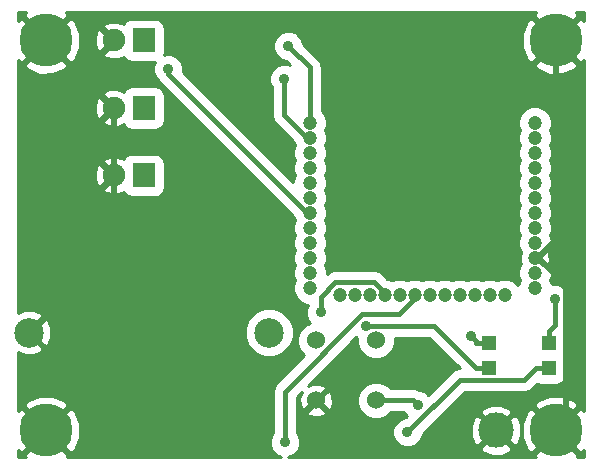
<source format=gbl>
%TF.GenerationSoftware,KiCad,Pcbnew,4.0.3+e1-6302~38~ubuntu16.04.1-stable*%
%TF.CreationDate,2016-08-30T13:53:10+01:00*%
%TF.ProjectId,igrow-101,6967726F772D3130312E6B696361645F,101*%
%TF.FileFunction,Copper,L2,Bot,Signal*%
%FSLAX46Y46*%
G04 Gerber Fmt 4.6, Leading zero omitted, Abs format (unit mm)*
G04 Created by KiCad (PCBNEW 4.0.3+e1-6302~38~ubuntu16.04.1-stable) date Tue Aug 30 13:53:10 2016*
%MOMM*%
%LPD*%
G01*
G04 APERTURE LIST*
%ADD10C,0.100000*%
%ADD11C,1.524000*%
%ADD12R,1.900000X2.000000*%
%ADD13C,1.900000*%
%ADD14C,4.500000*%
%ADD15C,3.000000*%
%ADD16R,1.198880X1.198880*%
%ADD17C,1.200000*%
%ADD18C,2.500000*%
%ADD19C,0.889000*%
%ADD20C,0.500000*%
%ADD21C,0.381000*%
%ADD22C,0.254000*%
G04 APERTURE END LIST*
D10*
D11*
X162560000Y-127000000D03*
X157480000Y-127000000D03*
X157480000Y-121920000D03*
X162560000Y-121920000D03*
D12*
X142875000Y-107950000D03*
D13*
X140335000Y-107950000D03*
D12*
X142875000Y-102235000D03*
D13*
X140335000Y-102235000D03*
D12*
X142875000Y-96520000D03*
D13*
X140335000Y-96520000D03*
D14*
X134620000Y-96520000D03*
X134620000Y-129540000D03*
X177800000Y-129540000D03*
X177800000Y-96520000D03*
D15*
X172720000Y-129540000D03*
D16*
X172085000Y-124239020D03*
X172085000Y-122140980D03*
X177165000Y-124239020D03*
X177165000Y-122140980D03*
D17*
X176000000Y-103500000D03*
X176000000Y-104770000D03*
X176000000Y-106040000D03*
X176000000Y-107310000D03*
X176000000Y-108580000D03*
X176000000Y-109850000D03*
X176000000Y-111120000D03*
X176000000Y-112390000D03*
X176000000Y-113660000D03*
X176000000Y-114930000D03*
X176000000Y-116200000D03*
X176000000Y-117470000D03*
X173460000Y-118105000D03*
X172190000Y-118105000D03*
X170920000Y-118105000D03*
X169650000Y-118105000D03*
X168380000Y-118105000D03*
X167110000Y-118105000D03*
X165840000Y-118105000D03*
X164570000Y-118105000D03*
X163300000Y-118105000D03*
X162030000Y-118105000D03*
X160760000Y-118105000D03*
X159490000Y-118105000D03*
X156950000Y-117470000D03*
X156950000Y-116200000D03*
X156950000Y-114930000D03*
X156950000Y-113660000D03*
X156950000Y-112390000D03*
X156950000Y-111120000D03*
X156950000Y-109850000D03*
X156950000Y-108580000D03*
X156950000Y-107310000D03*
X156950000Y-106040000D03*
X156950000Y-104770000D03*
X156950000Y-103500000D03*
D18*
X153500000Y-121250000D03*
X133180000Y-121250000D03*
D19*
X166087100Y-127404400D03*
X154837700Y-130554600D03*
X154792900Y-99755000D03*
X155140200Y-96991800D03*
X161715600Y-120689800D03*
X165220400Y-129694000D03*
X144974600Y-98968100D03*
X157873800Y-119523300D03*
X170619800Y-121563900D03*
X177671200Y-118431200D03*
D20*
X140335000Y-107950000D02*
X140335000Y-102235000D01*
X177800000Y-113438600D02*
X176308600Y-114930000D01*
X177800000Y-96520000D02*
X177800000Y-113438600D01*
X176308600Y-114930000D02*
X176000000Y-114930000D01*
X178620000Y-117241400D02*
X176308600Y-114930000D01*
X178620000Y-128720000D02*
X178620000Y-117241400D01*
X177800000Y-129540000D02*
X178620000Y-128720000D01*
X140335000Y-114095000D02*
X140335000Y-107950000D01*
X133180000Y-121250000D02*
X140335000Y-114095000D01*
D21*
X165682700Y-127000000D02*
X166087100Y-127404400D01*
X162560000Y-127000000D02*
X165682700Y-127000000D01*
X154837700Y-126269200D02*
X154837700Y-130554600D01*
X161392900Y-119714000D02*
X154837700Y-126269200D01*
X164492300Y-119714000D02*
X161392900Y-119714000D01*
X165840000Y-118366300D02*
X164492300Y-119714000D01*
X165840000Y-118105000D02*
X165840000Y-118366300D01*
X154792900Y-102874100D02*
X154792900Y-99755000D01*
X156688800Y-104770000D02*
X154792900Y-102874100D01*
X156950000Y-104770000D02*
X156688800Y-104770000D01*
X156950000Y-98801600D02*
X155140200Y-96991800D01*
X156950000Y-103500000D02*
X156950000Y-98801600D01*
X167491600Y-120689800D02*
X161715600Y-120689800D01*
X171040800Y-124239000D02*
X167491600Y-120689800D01*
X172085000Y-124239000D02*
X171040800Y-124239000D01*
X177165000Y-124239000D02*
X176120800Y-124239000D01*
X169631200Y-125283200D02*
X165220400Y-129694000D01*
X175076600Y-125283200D02*
X169631200Y-125283200D01*
X176120800Y-124239000D02*
X175076600Y-125283200D01*
X144974600Y-99379300D02*
X144974600Y-98968100D01*
X156715300Y-111120000D02*
X144974600Y-99379300D01*
X156950000Y-111120000D02*
X156715300Y-111120000D01*
X157873800Y-118217600D02*
X157873800Y-119523300D01*
X159078500Y-117012900D02*
X157873800Y-118217600D01*
X162415800Y-117012900D02*
X159078500Y-117012900D01*
X163300000Y-117897100D02*
X162415800Y-117012900D01*
X163300000Y-118105000D02*
X163300000Y-117897100D01*
X171040800Y-121984900D02*
X170619800Y-121563900D01*
X171040800Y-122141000D02*
X171040800Y-121984900D01*
X172085000Y-122141000D02*
X171040800Y-122141000D01*
X177671200Y-120590600D02*
X177671200Y-118431200D01*
X177165000Y-121096800D02*
X177671200Y-120590600D01*
X177165000Y-122141000D02*
X177165000Y-121096800D01*
D22*
G36*
X132744138Y-94464533D02*
X134620000Y-96340395D01*
X136495862Y-94464533D01*
X136277664Y-94120000D01*
X176142336Y-94120000D01*
X175924138Y-94464533D01*
X177800000Y-96340395D01*
X179675862Y-94464533D01*
X179457664Y-94120000D01*
X180200000Y-94120000D01*
X180200000Y-94862336D01*
X179855467Y-94644138D01*
X177979605Y-96520000D01*
X179855467Y-98395862D01*
X180200000Y-98177664D01*
X180200000Y-127882336D01*
X179855467Y-127664138D01*
X177979605Y-129540000D01*
X179855467Y-131415862D01*
X180200000Y-131197664D01*
X180200000Y-131813000D01*
X179538095Y-131813000D01*
X179675862Y-131595467D01*
X177800000Y-129719605D01*
X175924138Y-131595467D01*
X176061905Y-131813000D01*
X155121744Y-131813000D01*
X155557006Y-131633154D01*
X155914997Y-131275787D01*
X156007103Y-131053970D01*
X171385635Y-131053970D01*
X171545418Y-131372739D01*
X172336187Y-131682723D01*
X173185387Y-131666497D01*
X173894582Y-131372739D01*
X174054365Y-131053970D01*
X172720000Y-129719605D01*
X171385635Y-131053970D01*
X156007103Y-131053970D01*
X156108979Y-130808627D01*
X156109420Y-130302793D01*
X155916254Y-129835294D01*
X155855200Y-129774133D01*
X155855200Y-127980213D01*
X156679392Y-127980213D01*
X156748857Y-128222397D01*
X157272302Y-128409144D01*
X157827368Y-128381362D01*
X158211143Y-128222397D01*
X158280608Y-127980213D01*
X157480000Y-127179605D01*
X156679392Y-127980213D01*
X155855200Y-127980213D01*
X155855200Y-126690662D01*
X156246842Y-126299020D01*
X156070856Y-126792302D01*
X156098638Y-127347368D01*
X156257603Y-127731143D01*
X156499787Y-127800608D01*
X157300395Y-127000000D01*
X157659605Y-127000000D01*
X158460213Y-127800608D01*
X158702397Y-127731143D01*
X158889144Y-127207698D01*
X158861362Y-126652632D01*
X158702397Y-126268857D01*
X158460213Y-126199392D01*
X157659605Y-127000000D01*
X157300395Y-127000000D01*
X157286253Y-126985858D01*
X157465858Y-126806253D01*
X157480000Y-126820395D01*
X158280608Y-126019787D01*
X158211143Y-125777603D01*
X157687698Y-125590856D01*
X157132632Y-125618638D01*
X156781978Y-125763884D01*
X160886683Y-121659179D01*
X160971154Y-121743797D01*
X160970725Y-122234685D01*
X161212126Y-122818920D01*
X161658729Y-123266303D01*
X162242542Y-123508723D01*
X162874685Y-123509275D01*
X163458920Y-123267874D01*
X163906303Y-122821271D01*
X164148723Y-122237458D01*
X164149186Y-121707300D01*
X167070138Y-121707300D01*
X169628980Y-124266142D01*
X169241820Y-124343153D01*
X168911719Y-124563719D01*
X166978163Y-126497275D01*
X166808287Y-126327103D01*
X166341127Y-126133121D01*
X166181375Y-126132982D01*
X166072080Y-126059953D01*
X165682700Y-125982500D01*
X163789501Y-125982500D01*
X163461271Y-125653697D01*
X162877458Y-125411277D01*
X162245315Y-125410725D01*
X161661080Y-125652126D01*
X161213697Y-126098729D01*
X160971277Y-126682542D01*
X160970725Y-127314685D01*
X161212126Y-127898920D01*
X161658729Y-128346303D01*
X162242542Y-128588723D01*
X162874685Y-128589275D01*
X163458920Y-128347874D01*
X163789871Y-128017500D01*
X164964663Y-128017500D01*
X165008546Y-128123706D01*
X165179989Y-128295449D01*
X165053084Y-128422354D01*
X164968593Y-128422280D01*
X164501094Y-128615446D01*
X164143103Y-128972813D01*
X163949121Y-129439973D01*
X163948680Y-129945807D01*
X164141846Y-130413306D01*
X164499213Y-130771297D01*
X164966373Y-130965279D01*
X165472207Y-130965720D01*
X165939706Y-130772554D01*
X166297697Y-130415187D01*
X166491679Y-129948027D01*
X166491754Y-129861608D01*
X167197175Y-129156187D01*
X170577277Y-129156187D01*
X170593503Y-130005387D01*
X170887261Y-130714582D01*
X171206030Y-130874365D01*
X172540395Y-129540000D01*
X172899605Y-129540000D01*
X174233970Y-130874365D01*
X174552739Y-130714582D01*
X174862723Y-129923813D01*
X174846497Y-129074613D01*
X174806250Y-128977446D01*
X174912773Y-128977446D01*
X174917270Y-130125162D01*
X175347831Y-131164625D01*
X175744533Y-131415862D01*
X177620395Y-129540000D01*
X175744533Y-127664138D01*
X175347831Y-127915375D01*
X174912773Y-128977446D01*
X174806250Y-128977446D01*
X174552739Y-128365418D01*
X174233970Y-128205635D01*
X172899605Y-129540000D01*
X172540395Y-129540000D01*
X171206030Y-128205635D01*
X170887261Y-128365418D01*
X170577277Y-129156187D01*
X167197175Y-129156187D01*
X168327332Y-128026030D01*
X171385635Y-128026030D01*
X172720000Y-129360395D01*
X174054365Y-128026030D01*
X173894582Y-127707261D01*
X173326404Y-127484533D01*
X175924138Y-127484533D01*
X177800000Y-129360395D01*
X179675862Y-127484533D01*
X179424625Y-127087831D01*
X178362554Y-126652773D01*
X177214838Y-126657270D01*
X176175375Y-127087831D01*
X175924138Y-127484533D01*
X173326404Y-127484533D01*
X173103813Y-127397277D01*
X172254613Y-127413503D01*
X171545418Y-127707261D01*
X171385635Y-128026030D01*
X168327332Y-128026030D01*
X170052662Y-126300700D01*
X175076600Y-126300700D01*
X175465980Y-126223247D01*
X175796081Y-126002681D01*
X176205442Y-125593320D01*
X176237508Y-125615229D01*
X176565560Y-125681661D01*
X177764440Y-125681661D01*
X178070908Y-125623995D01*
X178352379Y-125442873D01*
X178541209Y-125166512D01*
X178607641Y-124838460D01*
X178607641Y-123639580D01*
X178549975Y-123333112D01*
X178458024Y-123190217D01*
X178541209Y-123068472D01*
X178607641Y-122740420D01*
X178607641Y-121541540D01*
X178549975Y-121235072D01*
X178496415Y-121151838D01*
X178611247Y-120979980D01*
X178688700Y-120590600D01*
X178688700Y-119212080D01*
X178748497Y-119152387D01*
X178942479Y-118685227D01*
X178942920Y-118179393D01*
X178749754Y-117711894D01*
X178392387Y-117353903D01*
X177925227Y-117159921D01*
X177419393Y-117159480D01*
X177416250Y-117160779D01*
X177281549Y-116834781D01*
X177426752Y-116485093D01*
X177427248Y-115917397D01*
X177210457Y-115392725D01*
X177163157Y-115345343D01*
X177247807Y-115098964D01*
X177217482Y-114608587D01*
X177174223Y-114504149D01*
X177209047Y-114469386D01*
X177426752Y-113945093D01*
X177427248Y-113377397D01*
X177281549Y-113024781D01*
X177426752Y-112675093D01*
X177427248Y-112107397D01*
X177281549Y-111754781D01*
X177426752Y-111405093D01*
X177427248Y-110837397D01*
X177281549Y-110484781D01*
X177426752Y-110135093D01*
X177427248Y-109567397D01*
X177281549Y-109214781D01*
X177426752Y-108865093D01*
X177427248Y-108297397D01*
X177281549Y-107944781D01*
X177426752Y-107595093D01*
X177427248Y-107027397D01*
X177281549Y-106674781D01*
X177426752Y-106325093D01*
X177427248Y-105757397D01*
X177281549Y-105404781D01*
X177426752Y-105055093D01*
X177427248Y-104487397D01*
X177281549Y-104134781D01*
X177426752Y-103785093D01*
X177427248Y-103217397D01*
X177210457Y-102692725D01*
X176809386Y-102290953D01*
X176285093Y-102073248D01*
X175717397Y-102072752D01*
X175192725Y-102289543D01*
X174790953Y-102690614D01*
X174573248Y-103214907D01*
X174572752Y-103782603D01*
X174718451Y-104135219D01*
X174573248Y-104484907D01*
X174572752Y-105052603D01*
X174718451Y-105405219D01*
X174573248Y-105754907D01*
X174572752Y-106322603D01*
X174718451Y-106675219D01*
X174573248Y-107024907D01*
X174572752Y-107592603D01*
X174718451Y-107945219D01*
X174573248Y-108294907D01*
X174572752Y-108862603D01*
X174718451Y-109215219D01*
X174573248Y-109564907D01*
X174572752Y-110132603D01*
X174718451Y-110485219D01*
X174573248Y-110834907D01*
X174572752Y-111402603D01*
X174718451Y-111755219D01*
X174573248Y-112104907D01*
X174572752Y-112672603D01*
X174718451Y-113025219D01*
X174573248Y-113374907D01*
X174572752Y-113942603D01*
X174789543Y-114467275D01*
X174836843Y-114514657D01*
X174752193Y-114761036D01*
X174782518Y-115251413D01*
X174825777Y-115355851D01*
X174790953Y-115390614D01*
X174573248Y-115914907D01*
X174572752Y-116482603D01*
X174718451Y-116835219D01*
X174573248Y-117184907D01*
X174573235Y-117200333D01*
X174269386Y-116895953D01*
X173745093Y-116678248D01*
X173177397Y-116677752D01*
X172824781Y-116823451D01*
X172475093Y-116678248D01*
X171907397Y-116677752D01*
X171554781Y-116823451D01*
X171205093Y-116678248D01*
X170637397Y-116677752D01*
X170284781Y-116823451D01*
X169935093Y-116678248D01*
X169367397Y-116677752D01*
X169014781Y-116823451D01*
X168665093Y-116678248D01*
X168097397Y-116677752D01*
X167744781Y-116823451D01*
X167395093Y-116678248D01*
X166827397Y-116677752D01*
X166474781Y-116823451D01*
X166125093Y-116678248D01*
X165557397Y-116677752D01*
X165204781Y-116823451D01*
X164855093Y-116678248D01*
X164287397Y-116677752D01*
X163934781Y-116823451D01*
X163585093Y-116678248D01*
X163520053Y-116678191D01*
X163135281Y-116293419D01*
X162805180Y-116072853D01*
X162415800Y-115995400D01*
X159078500Y-115995400D01*
X158689120Y-116072853D01*
X158376930Y-116281451D01*
X158377248Y-115917397D01*
X158231549Y-115564781D01*
X158376752Y-115215093D01*
X158377248Y-114647397D01*
X158231549Y-114294781D01*
X158376752Y-113945093D01*
X158377248Y-113377397D01*
X158231549Y-113024781D01*
X158376752Y-112675093D01*
X158377248Y-112107397D01*
X158231549Y-111754781D01*
X158376752Y-111405093D01*
X158377248Y-110837397D01*
X158231549Y-110484781D01*
X158376752Y-110135093D01*
X158377248Y-109567397D01*
X158231549Y-109214781D01*
X158376752Y-108865093D01*
X158377248Y-108297397D01*
X158231549Y-107944781D01*
X158376752Y-107595093D01*
X158377248Y-107027397D01*
X158231549Y-106674781D01*
X158376752Y-106325093D01*
X158377248Y-105757397D01*
X158231549Y-105404781D01*
X158376752Y-105055093D01*
X158377248Y-104487397D01*
X158231549Y-104134781D01*
X158376752Y-103785093D01*
X158377248Y-103217397D01*
X158160457Y-102692725D01*
X157967500Y-102499431D01*
X157967500Y-98801600D01*
X157922520Y-98575467D01*
X175924138Y-98575467D01*
X176175375Y-98972169D01*
X177237446Y-99407227D01*
X178385162Y-99402730D01*
X179424625Y-98972169D01*
X179675862Y-98575467D01*
X177800000Y-96699605D01*
X175924138Y-98575467D01*
X157922520Y-98575467D01*
X157890047Y-98412220D01*
X157669481Y-98082119D01*
X156411846Y-96824484D01*
X156411920Y-96739993D01*
X156218754Y-96272494D01*
X155904256Y-95957446D01*
X174912773Y-95957446D01*
X174917270Y-97105162D01*
X175347831Y-98144625D01*
X175744533Y-98395862D01*
X177620395Y-96520000D01*
X175744533Y-94644138D01*
X175347831Y-94895375D01*
X174912773Y-95957446D01*
X155904256Y-95957446D01*
X155861387Y-95914503D01*
X155394227Y-95720521D01*
X154888393Y-95720080D01*
X154420894Y-95913246D01*
X154062903Y-96270613D01*
X153868921Y-96737773D01*
X153868480Y-97243607D01*
X154061646Y-97711106D01*
X154419013Y-98069097D01*
X154886173Y-98263079D01*
X154972592Y-98263154D01*
X155296997Y-98587559D01*
X155046927Y-98483721D01*
X154541093Y-98483280D01*
X154073594Y-98676446D01*
X153715603Y-99033813D01*
X153521621Y-99500973D01*
X153521180Y-100006807D01*
X153714346Y-100474306D01*
X153775400Y-100535467D01*
X153775400Y-102874100D01*
X153852853Y-103263480D01*
X154073419Y-103593581D01*
X155522760Y-105042922D01*
X155522752Y-105052603D01*
X155668451Y-105405219D01*
X155523248Y-105754907D01*
X155522752Y-106322603D01*
X155668451Y-106675219D01*
X155523248Y-107024907D01*
X155522752Y-107592603D01*
X155668451Y-107945219D01*
X155523248Y-108294907D01*
X155523079Y-108488817D01*
X146245888Y-99211626D01*
X146246320Y-98716293D01*
X146053154Y-98248794D01*
X145695787Y-97890803D01*
X145228627Y-97696821D01*
X144722793Y-97696380D01*
X144624237Y-97737102D01*
X144668201Y-97520000D01*
X144668201Y-95520000D01*
X144610535Y-95213532D01*
X144429413Y-94932061D01*
X144153052Y-94743231D01*
X143825000Y-94676799D01*
X141925000Y-94676799D01*
X141618532Y-94734465D01*
X141337061Y-94915587D01*
X141180287Y-95145032D01*
X141179208Y-95141981D01*
X140587602Y-94923812D01*
X139957539Y-94948648D01*
X139490792Y-95141981D01*
X139398255Y-95403650D01*
X140335000Y-96340395D01*
X140349143Y-96326253D01*
X140528748Y-96505858D01*
X140514605Y-96520000D01*
X140528748Y-96534143D01*
X140349143Y-96713748D01*
X140335000Y-96699605D01*
X139398255Y-97636350D01*
X139490792Y-97898019D01*
X140082398Y-98116188D01*
X140712461Y-98091352D01*
X141179208Y-97898019D01*
X141181442Y-97891702D01*
X141320587Y-98107939D01*
X141596948Y-98296769D01*
X141925000Y-98363201D01*
X143825000Y-98363201D01*
X143851051Y-98358299D01*
X143703321Y-98714073D01*
X143702880Y-99219907D01*
X143896046Y-99687406D01*
X144150696Y-99942501D01*
X144255119Y-100098781D01*
X155522784Y-111366446D01*
X155522752Y-111402603D01*
X155668451Y-111755219D01*
X155523248Y-112104907D01*
X155522752Y-112672603D01*
X155668451Y-113025219D01*
X155523248Y-113374907D01*
X155522752Y-113942603D01*
X155668451Y-114295219D01*
X155523248Y-114644907D01*
X155522752Y-115212603D01*
X155668451Y-115565219D01*
X155523248Y-115914907D01*
X155522752Y-116482603D01*
X155668451Y-116835219D01*
X155523248Y-117184907D01*
X155522752Y-117752603D01*
X155739543Y-118277275D01*
X156140614Y-118679047D01*
X156664907Y-118896752D01*
X156757172Y-118896833D01*
X156602521Y-119269273D01*
X156602080Y-119775107D01*
X156795246Y-120242606D01*
X156965592Y-120413249D01*
X156581080Y-120572126D01*
X156133697Y-121018729D01*
X155891277Y-121602542D01*
X155890725Y-122234685D01*
X156132126Y-122818920D01*
X156490259Y-123177679D01*
X154118219Y-125549719D01*
X153897653Y-125879820D01*
X153820200Y-126269200D01*
X153820200Y-129773720D01*
X153760403Y-129833413D01*
X153566421Y-130300573D01*
X153565980Y-130806407D01*
X153759146Y-131273906D01*
X154116513Y-131631897D01*
X154552657Y-131813000D01*
X136358095Y-131813000D01*
X136495862Y-131595467D01*
X134620000Y-129719605D01*
X132744138Y-131595467D01*
X132881905Y-131813000D01*
X132220000Y-131813000D01*
X132220000Y-131197664D01*
X132564533Y-131415862D01*
X134440395Y-129540000D01*
X134799605Y-129540000D01*
X136675467Y-131415862D01*
X137072169Y-131164625D01*
X137507227Y-130102554D01*
X137502730Y-128954838D01*
X137072169Y-127915375D01*
X136675467Y-127664138D01*
X134799605Y-129540000D01*
X134440395Y-129540000D01*
X132564533Y-127664138D01*
X132220000Y-127882336D01*
X132220000Y-127484533D01*
X132744138Y-127484533D01*
X134620000Y-129360395D01*
X136495862Y-127484533D01*
X136244625Y-127087831D01*
X135182554Y-126652773D01*
X134034838Y-126657270D01*
X132995375Y-127087831D01*
X132744138Y-127484533D01*
X132220000Y-127484533D01*
X132220000Y-122900819D01*
X132855806Y-123144388D01*
X133605435Y-123124250D01*
X134204467Y-122876123D01*
X134333715Y-122583320D01*
X133180000Y-121429605D01*
X133165858Y-121443748D01*
X132986253Y-121264143D01*
X133000395Y-121250000D01*
X133359605Y-121250000D01*
X134513320Y-122403715D01*
X134806123Y-122274467D01*
X135041008Y-121661328D01*
X151422640Y-121661328D01*
X151738178Y-122424989D01*
X152321938Y-123009768D01*
X153085047Y-123326639D01*
X153911328Y-123327360D01*
X154674989Y-123011822D01*
X155259768Y-122428062D01*
X155576639Y-121664953D01*
X155577360Y-120838672D01*
X155261822Y-120075011D01*
X154678062Y-119490232D01*
X153914953Y-119173361D01*
X153088672Y-119172640D01*
X152325011Y-119488178D01*
X151740232Y-120071938D01*
X151423361Y-120835047D01*
X151422640Y-121661328D01*
X135041008Y-121661328D01*
X135074388Y-121574194D01*
X135054250Y-120824565D01*
X134806123Y-120225533D01*
X134513320Y-120096285D01*
X133359605Y-121250000D01*
X133000395Y-121250000D01*
X132986253Y-121235858D01*
X133165858Y-121056253D01*
X133180000Y-121070395D01*
X134333715Y-119916680D01*
X134204467Y-119623877D01*
X133504194Y-119355612D01*
X132754565Y-119375750D01*
X132220000Y-119597174D01*
X132220000Y-107697398D01*
X138738812Y-107697398D01*
X138763648Y-108327461D01*
X138956981Y-108794208D01*
X139218650Y-108886745D01*
X140155395Y-107950000D01*
X139218650Y-107013255D01*
X138956981Y-107105792D01*
X138738812Y-107697398D01*
X132220000Y-107697398D01*
X132220000Y-106833650D01*
X139398255Y-106833650D01*
X140335000Y-107770395D01*
X140349143Y-107756253D01*
X140528748Y-107935858D01*
X140514605Y-107950000D01*
X140528748Y-107964143D01*
X140349143Y-108143748D01*
X140335000Y-108129605D01*
X139398255Y-109066350D01*
X139490792Y-109328019D01*
X140082398Y-109546188D01*
X140712461Y-109521352D01*
X141179208Y-109328019D01*
X141181442Y-109321702D01*
X141320587Y-109537939D01*
X141596948Y-109726769D01*
X141925000Y-109793201D01*
X143825000Y-109793201D01*
X144131468Y-109735535D01*
X144412939Y-109554413D01*
X144601769Y-109278052D01*
X144668201Y-108950000D01*
X144668201Y-106950000D01*
X144610535Y-106643532D01*
X144429413Y-106362061D01*
X144153052Y-106173231D01*
X143825000Y-106106799D01*
X141925000Y-106106799D01*
X141618532Y-106164465D01*
X141337061Y-106345587D01*
X141180287Y-106575032D01*
X141179208Y-106571981D01*
X140587602Y-106353812D01*
X139957539Y-106378648D01*
X139490792Y-106571981D01*
X139398255Y-106833650D01*
X132220000Y-106833650D01*
X132220000Y-101982398D01*
X138738812Y-101982398D01*
X138763648Y-102612461D01*
X138956981Y-103079208D01*
X139218650Y-103171745D01*
X140155395Y-102235000D01*
X139218650Y-101298255D01*
X138956981Y-101390792D01*
X138738812Y-101982398D01*
X132220000Y-101982398D01*
X132220000Y-101118650D01*
X139398255Y-101118650D01*
X140335000Y-102055395D01*
X140349143Y-102041253D01*
X140528748Y-102220858D01*
X140514605Y-102235000D01*
X140528748Y-102249143D01*
X140349143Y-102428748D01*
X140335000Y-102414605D01*
X139398255Y-103351350D01*
X139490792Y-103613019D01*
X140082398Y-103831188D01*
X140712461Y-103806352D01*
X141179208Y-103613019D01*
X141181442Y-103606702D01*
X141320587Y-103822939D01*
X141596948Y-104011769D01*
X141925000Y-104078201D01*
X143825000Y-104078201D01*
X144131468Y-104020535D01*
X144412939Y-103839413D01*
X144601769Y-103563052D01*
X144668201Y-103235000D01*
X144668201Y-101235000D01*
X144610535Y-100928532D01*
X144429413Y-100647061D01*
X144153052Y-100458231D01*
X143825000Y-100391799D01*
X141925000Y-100391799D01*
X141618532Y-100449465D01*
X141337061Y-100630587D01*
X141180287Y-100860032D01*
X141179208Y-100856981D01*
X140587602Y-100638812D01*
X139957539Y-100663648D01*
X139490792Y-100856981D01*
X139398255Y-101118650D01*
X132220000Y-101118650D01*
X132220000Y-98575467D01*
X132744138Y-98575467D01*
X132995375Y-98972169D01*
X134057446Y-99407227D01*
X135205162Y-99402730D01*
X136244625Y-98972169D01*
X136495862Y-98575467D01*
X134620000Y-96699605D01*
X132744138Y-98575467D01*
X132220000Y-98575467D01*
X132220000Y-98177664D01*
X132564533Y-98395862D01*
X134440395Y-96520000D01*
X134799605Y-96520000D01*
X136675467Y-98395862D01*
X137072169Y-98144625D01*
X137507227Y-97082554D01*
X137504034Y-96267398D01*
X138738812Y-96267398D01*
X138763648Y-96897461D01*
X138956981Y-97364208D01*
X139218650Y-97456745D01*
X140155395Y-96520000D01*
X139218650Y-95583255D01*
X138956981Y-95675792D01*
X138738812Y-96267398D01*
X137504034Y-96267398D01*
X137502730Y-95934838D01*
X137072169Y-94895375D01*
X136675467Y-94644138D01*
X134799605Y-96520000D01*
X134440395Y-96520000D01*
X132564533Y-94644138D01*
X132220000Y-94862336D01*
X132220000Y-94120000D01*
X132962336Y-94120000D01*
X132744138Y-94464533D01*
X132744138Y-94464533D01*
G37*
X132744138Y-94464533D02*
X134620000Y-96340395D01*
X136495862Y-94464533D01*
X136277664Y-94120000D01*
X176142336Y-94120000D01*
X175924138Y-94464533D01*
X177800000Y-96340395D01*
X179675862Y-94464533D01*
X179457664Y-94120000D01*
X180200000Y-94120000D01*
X180200000Y-94862336D01*
X179855467Y-94644138D01*
X177979605Y-96520000D01*
X179855467Y-98395862D01*
X180200000Y-98177664D01*
X180200000Y-127882336D01*
X179855467Y-127664138D01*
X177979605Y-129540000D01*
X179855467Y-131415862D01*
X180200000Y-131197664D01*
X180200000Y-131813000D01*
X179538095Y-131813000D01*
X179675862Y-131595467D01*
X177800000Y-129719605D01*
X175924138Y-131595467D01*
X176061905Y-131813000D01*
X155121744Y-131813000D01*
X155557006Y-131633154D01*
X155914997Y-131275787D01*
X156007103Y-131053970D01*
X171385635Y-131053970D01*
X171545418Y-131372739D01*
X172336187Y-131682723D01*
X173185387Y-131666497D01*
X173894582Y-131372739D01*
X174054365Y-131053970D01*
X172720000Y-129719605D01*
X171385635Y-131053970D01*
X156007103Y-131053970D01*
X156108979Y-130808627D01*
X156109420Y-130302793D01*
X155916254Y-129835294D01*
X155855200Y-129774133D01*
X155855200Y-127980213D01*
X156679392Y-127980213D01*
X156748857Y-128222397D01*
X157272302Y-128409144D01*
X157827368Y-128381362D01*
X158211143Y-128222397D01*
X158280608Y-127980213D01*
X157480000Y-127179605D01*
X156679392Y-127980213D01*
X155855200Y-127980213D01*
X155855200Y-126690662D01*
X156246842Y-126299020D01*
X156070856Y-126792302D01*
X156098638Y-127347368D01*
X156257603Y-127731143D01*
X156499787Y-127800608D01*
X157300395Y-127000000D01*
X157659605Y-127000000D01*
X158460213Y-127800608D01*
X158702397Y-127731143D01*
X158889144Y-127207698D01*
X158861362Y-126652632D01*
X158702397Y-126268857D01*
X158460213Y-126199392D01*
X157659605Y-127000000D01*
X157300395Y-127000000D01*
X157286253Y-126985858D01*
X157465858Y-126806253D01*
X157480000Y-126820395D01*
X158280608Y-126019787D01*
X158211143Y-125777603D01*
X157687698Y-125590856D01*
X157132632Y-125618638D01*
X156781978Y-125763884D01*
X160886683Y-121659179D01*
X160971154Y-121743797D01*
X160970725Y-122234685D01*
X161212126Y-122818920D01*
X161658729Y-123266303D01*
X162242542Y-123508723D01*
X162874685Y-123509275D01*
X163458920Y-123267874D01*
X163906303Y-122821271D01*
X164148723Y-122237458D01*
X164149186Y-121707300D01*
X167070138Y-121707300D01*
X169628980Y-124266142D01*
X169241820Y-124343153D01*
X168911719Y-124563719D01*
X166978163Y-126497275D01*
X166808287Y-126327103D01*
X166341127Y-126133121D01*
X166181375Y-126132982D01*
X166072080Y-126059953D01*
X165682700Y-125982500D01*
X163789501Y-125982500D01*
X163461271Y-125653697D01*
X162877458Y-125411277D01*
X162245315Y-125410725D01*
X161661080Y-125652126D01*
X161213697Y-126098729D01*
X160971277Y-126682542D01*
X160970725Y-127314685D01*
X161212126Y-127898920D01*
X161658729Y-128346303D01*
X162242542Y-128588723D01*
X162874685Y-128589275D01*
X163458920Y-128347874D01*
X163789871Y-128017500D01*
X164964663Y-128017500D01*
X165008546Y-128123706D01*
X165179989Y-128295449D01*
X165053084Y-128422354D01*
X164968593Y-128422280D01*
X164501094Y-128615446D01*
X164143103Y-128972813D01*
X163949121Y-129439973D01*
X163948680Y-129945807D01*
X164141846Y-130413306D01*
X164499213Y-130771297D01*
X164966373Y-130965279D01*
X165472207Y-130965720D01*
X165939706Y-130772554D01*
X166297697Y-130415187D01*
X166491679Y-129948027D01*
X166491754Y-129861608D01*
X167197175Y-129156187D01*
X170577277Y-129156187D01*
X170593503Y-130005387D01*
X170887261Y-130714582D01*
X171206030Y-130874365D01*
X172540395Y-129540000D01*
X172899605Y-129540000D01*
X174233970Y-130874365D01*
X174552739Y-130714582D01*
X174862723Y-129923813D01*
X174846497Y-129074613D01*
X174806250Y-128977446D01*
X174912773Y-128977446D01*
X174917270Y-130125162D01*
X175347831Y-131164625D01*
X175744533Y-131415862D01*
X177620395Y-129540000D01*
X175744533Y-127664138D01*
X175347831Y-127915375D01*
X174912773Y-128977446D01*
X174806250Y-128977446D01*
X174552739Y-128365418D01*
X174233970Y-128205635D01*
X172899605Y-129540000D01*
X172540395Y-129540000D01*
X171206030Y-128205635D01*
X170887261Y-128365418D01*
X170577277Y-129156187D01*
X167197175Y-129156187D01*
X168327332Y-128026030D01*
X171385635Y-128026030D01*
X172720000Y-129360395D01*
X174054365Y-128026030D01*
X173894582Y-127707261D01*
X173326404Y-127484533D01*
X175924138Y-127484533D01*
X177800000Y-129360395D01*
X179675862Y-127484533D01*
X179424625Y-127087831D01*
X178362554Y-126652773D01*
X177214838Y-126657270D01*
X176175375Y-127087831D01*
X175924138Y-127484533D01*
X173326404Y-127484533D01*
X173103813Y-127397277D01*
X172254613Y-127413503D01*
X171545418Y-127707261D01*
X171385635Y-128026030D01*
X168327332Y-128026030D01*
X170052662Y-126300700D01*
X175076600Y-126300700D01*
X175465980Y-126223247D01*
X175796081Y-126002681D01*
X176205442Y-125593320D01*
X176237508Y-125615229D01*
X176565560Y-125681661D01*
X177764440Y-125681661D01*
X178070908Y-125623995D01*
X178352379Y-125442873D01*
X178541209Y-125166512D01*
X178607641Y-124838460D01*
X178607641Y-123639580D01*
X178549975Y-123333112D01*
X178458024Y-123190217D01*
X178541209Y-123068472D01*
X178607641Y-122740420D01*
X178607641Y-121541540D01*
X178549975Y-121235072D01*
X178496415Y-121151838D01*
X178611247Y-120979980D01*
X178688700Y-120590600D01*
X178688700Y-119212080D01*
X178748497Y-119152387D01*
X178942479Y-118685227D01*
X178942920Y-118179393D01*
X178749754Y-117711894D01*
X178392387Y-117353903D01*
X177925227Y-117159921D01*
X177419393Y-117159480D01*
X177416250Y-117160779D01*
X177281549Y-116834781D01*
X177426752Y-116485093D01*
X177427248Y-115917397D01*
X177210457Y-115392725D01*
X177163157Y-115345343D01*
X177247807Y-115098964D01*
X177217482Y-114608587D01*
X177174223Y-114504149D01*
X177209047Y-114469386D01*
X177426752Y-113945093D01*
X177427248Y-113377397D01*
X177281549Y-113024781D01*
X177426752Y-112675093D01*
X177427248Y-112107397D01*
X177281549Y-111754781D01*
X177426752Y-111405093D01*
X177427248Y-110837397D01*
X177281549Y-110484781D01*
X177426752Y-110135093D01*
X177427248Y-109567397D01*
X177281549Y-109214781D01*
X177426752Y-108865093D01*
X177427248Y-108297397D01*
X177281549Y-107944781D01*
X177426752Y-107595093D01*
X177427248Y-107027397D01*
X177281549Y-106674781D01*
X177426752Y-106325093D01*
X177427248Y-105757397D01*
X177281549Y-105404781D01*
X177426752Y-105055093D01*
X177427248Y-104487397D01*
X177281549Y-104134781D01*
X177426752Y-103785093D01*
X177427248Y-103217397D01*
X177210457Y-102692725D01*
X176809386Y-102290953D01*
X176285093Y-102073248D01*
X175717397Y-102072752D01*
X175192725Y-102289543D01*
X174790953Y-102690614D01*
X174573248Y-103214907D01*
X174572752Y-103782603D01*
X174718451Y-104135219D01*
X174573248Y-104484907D01*
X174572752Y-105052603D01*
X174718451Y-105405219D01*
X174573248Y-105754907D01*
X174572752Y-106322603D01*
X174718451Y-106675219D01*
X174573248Y-107024907D01*
X174572752Y-107592603D01*
X174718451Y-107945219D01*
X174573248Y-108294907D01*
X174572752Y-108862603D01*
X174718451Y-109215219D01*
X174573248Y-109564907D01*
X174572752Y-110132603D01*
X174718451Y-110485219D01*
X174573248Y-110834907D01*
X174572752Y-111402603D01*
X174718451Y-111755219D01*
X174573248Y-112104907D01*
X174572752Y-112672603D01*
X174718451Y-113025219D01*
X174573248Y-113374907D01*
X174572752Y-113942603D01*
X174789543Y-114467275D01*
X174836843Y-114514657D01*
X174752193Y-114761036D01*
X174782518Y-115251413D01*
X174825777Y-115355851D01*
X174790953Y-115390614D01*
X174573248Y-115914907D01*
X174572752Y-116482603D01*
X174718451Y-116835219D01*
X174573248Y-117184907D01*
X174573235Y-117200333D01*
X174269386Y-116895953D01*
X173745093Y-116678248D01*
X173177397Y-116677752D01*
X172824781Y-116823451D01*
X172475093Y-116678248D01*
X171907397Y-116677752D01*
X171554781Y-116823451D01*
X171205093Y-116678248D01*
X170637397Y-116677752D01*
X170284781Y-116823451D01*
X169935093Y-116678248D01*
X169367397Y-116677752D01*
X169014781Y-116823451D01*
X168665093Y-116678248D01*
X168097397Y-116677752D01*
X167744781Y-116823451D01*
X167395093Y-116678248D01*
X166827397Y-116677752D01*
X166474781Y-116823451D01*
X166125093Y-116678248D01*
X165557397Y-116677752D01*
X165204781Y-116823451D01*
X164855093Y-116678248D01*
X164287397Y-116677752D01*
X163934781Y-116823451D01*
X163585093Y-116678248D01*
X163520053Y-116678191D01*
X163135281Y-116293419D01*
X162805180Y-116072853D01*
X162415800Y-115995400D01*
X159078500Y-115995400D01*
X158689120Y-116072853D01*
X158376930Y-116281451D01*
X158377248Y-115917397D01*
X158231549Y-115564781D01*
X158376752Y-115215093D01*
X158377248Y-114647397D01*
X158231549Y-114294781D01*
X158376752Y-113945093D01*
X158377248Y-113377397D01*
X158231549Y-113024781D01*
X158376752Y-112675093D01*
X158377248Y-112107397D01*
X158231549Y-111754781D01*
X158376752Y-111405093D01*
X158377248Y-110837397D01*
X158231549Y-110484781D01*
X158376752Y-110135093D01*
X158377248Y-109567397D01*
X158231549Y-109214781D01*
X158376752Y-108865093D01*
X158377248Y-108297397D01*
X158231549Y-107944781D01*
X158376752Y-107595093D01*
X158377248Y-107027397D01*
X158231549Y-106674781D01*
X158376752Y-106325093D01*
X158377248Y-105757397D01*
X158231549Y-105404781D01*
X158376752Y-105055093D01*
X158377248Y-104487397D01*
X158231549Y-104134781D01*
X158376752Y-103785093D01*
X158377248Y-103217397D01*
X158160457Y-102692725D01*
X157967500Y-102499431D01*
X157967500Y-98801600D01*
X157922520Y-98575467D01*
X175924138Y-98575467D01*
X176175375Y-98972169D01*
X177237446Y-99407227D01*
X178385162Y-99402730D01*
X179424625Y-98972169D01*
X179675862Y-98575467D01*
X177800000Y-96699605D01*
X175924138Y-98575467D01*
X157922520Y-98575467D01*
X157890047Y-98412220D01*
X157669481Y-98082119D01*
X156411846Y-96824484D01*
X156411920Y-96739993D01*
X156218754Y-96272494D01*
X155904256Y-95957446D01*
X174912773Y-95957446D01*
X174917270Y-97105162D01*
X175347831Y-98144625D01*
X175744533Y-98395862D01*
X177620395Y-96520000D01*
X175744533Y-94644138D01*
X175347831Y-94895375D01*
X174912773Y-95957446D01*
X155904256Y-95957446D01*
X155861387Y-95914503D01*
X155394227Y-95720521D01*
X154888393Y-95720080D01*
X154420894Y-95913246D01*
X154062903Y-96270613D01*
X153868921Y-96737773D01*
X153868480Y-97243607D01*
X154061646Y-97711106D01*
X154419013Y-98069097D01*
X154886173Y-98263079D01*
X154972592Y-98263154D01*
X155296997Y-98587559D01*
X155046927Y-98483721D01*
X154541093Y-98483280D01*
X154073594Y-98676446D01*
X153715603Y-99033813D01*
X153521621Y-99500973D01*
X153521180Y-100006807D01*
X153714346Y-100474306D01*
X153775400Y-100535467D01*
X153775400Y-102874100D01*
X153852853Y-103263480D01*
X154073419Y-103593581D01*
X155522760Y-105042922D01*
X155522752Y-105052603D01*
X155668451Y-105405219D01*
X155523248Y-105754907D01*
X155522752Y-106322603D01*
X155668451Y-106675219D01*
X155523248Y-107024907D01*
X155522752Y-107592603D01*
X155668451Y-107945219D01*
X155523248Y-108294907D01*
X155523079Y-108488817D01*
X146245888Y-99211626D01*
X146246320Y-98716293D01*
X146053154Y-98248794D01*
X145695787Y-97890803D01*
X145228627Y-97696821D01*
X144722793Y-97696380D01*
X144624237Y-97737102D01*
X144668201Y-97520000D01*
X144668201Y-95520000D01*
X144610535Y-95213532D01*
X144429413Y-94932061D01*
X144153052Y-94743231D01*
X143825000Y-94676799D01*
X141925000Y-94676799D01*
X141618532Y-94734465D01*
X141337061Y-94915587D01*
X141180287Y-95145032D01*
X141179208Y-95141981D01*
X140587602Y-94923812D01*
X139957539Y-94948648D01*
X139490792Y-95141981D01*
X139398255Y-95403650D01*
X140335000Y-96340395D01*
X140349143Y-96326253D01*
X140528748Y-96505858D01*
X140514605Y-96520000D01*
X140528748Y-96534143D01*
X140349143Y-96713748D01*
X140335000Y-96699605D01*
X139398255Y-97636350D01*
X139490792Y-97898019D01*
X140082398Y-98116188D01*
X140712461Y-98091352D01*
X141179208Y-97898019D01*
X141181442Y-97891702D01*
X141320587Y-98107939D01*
X141596948Y-98296769D01*
X141925000Y-98363201D01*
X143825000Y-98363201D01*
X143851051Y-98358299D01*
X143703321Y-98714073D01*
X143702880Y-99219907D01*
X143896046Y-99687406D01*
X144150696Y-99942501D01*
X144255119Y-100098781D01*
X155522784Y-111366446D01*
X155522752Y-111402603D01*
X155668451Y-111755219D01*
X155523248Y-112104907D01*
X155522752Y-112672603D01*
X155668451Y-113025219D01*
X155523248Y-113374907D01*
X155522752Y-113942603D01*
X155668451Y-114295219D01*
X155523248Y-114644907D01*
X155522752Y-115212603D01*
X155668451Y-115565219D01*
X155523248Y-115914907D01*
X155522752Y-116482603D01*
X155668451Y-116835219D01*
X155523248Y-117184907D01*
X155522752Y-117752603D01*
X155739543Y-118277275D01*
X156140614Y-118679047D01*
X156664907Y-118896752D01*
X156757172Y-118896833D01*
X156602521Y-119269273D01*
X156602080Y-119775107D01*
X156795246Y-120242606D01*
X156965592Y-120413249D01*
X156581080Y-120572126D01*
X156133697Y-121018729D01*
X155891277Y-121602542D01*
X155890725Y-122234685D01*
X156132126Y-122818920D01*
X156490259Y-123177679D01*
X154118219Y-125549719D01*
X153897653Y-125879820D01*
X153820200Y-126269200D01*
X153820200Y-129773720D01*
X153760403Y-129833413D01*
X153566421Y-130300573D01*
X153565980Y-130806407D01*
X153759146Y-131273906D01*
X154116513Y-131631897D01*
X154552657Y-131813000D01*
X136358095Y-131813000D01*
X136495862Y-131595467D01*
X134620000Y-129719605D01*
X132744138Y-131595467D01*
X132881905Y-131813000D01*
X132220000Y-131813000D01*
X132220000Y-131197664D01*
X132564533Y-131415862D01*
X134440395Y-129540000D01*
X134799605Y-129540000D01*
X136675467Y-131415862D01*
X137072169Y-131164625D01*
X137507227Y-130102554D01*
X137502730Y-128954838D01*
X137072169Y-127915375D01*
X136675467Y-127664138D01*
X134799605Y-129540000D01*
X134440395Y-129540000D01*
X132564533Y-127664138D01*
X132220000Y-127882336D01*
X132220000Y-127484533D01*
X132744138Y-127484533D01*
X134620000Y-129360395D01*
X136495862Y-127484533D01*
X136244625Y-127087831D01*
X135182554Y-126652773D01*
X134034838Y-126657270D01*
X132995375Y-127087831D01*
X132744138Y-127484533D01*
X132220000Y-127484533D01*
X132220000Y-122900819D01*
X132855806Y-123144388D01*
X133605435Y-123124250D01*
X134204467Y-122876123D01*
X134333715Y-122583320D01*
X133180000Y-121429605D01*
X133165858Y-121443748D01*
X132986253Y-121264143D01*
X133000395Y-121250000D01*
X133359605Y-121250000D01*
X134513320Y-122403715D01*
X134806123Y-122274467D01*
X135041008Y-121661328D01*
X151422640Y-121661328D01*
X151738178Y-122424989D01*
X152321938Y-123009768D01*
X153085047Y-123326639D01*
X153911328Y-123327360D01*
X154674989Y-123011822D01*
X155259768Y-122428062D01*
X155576639Y-121664953D01*
X155577360Y-120838672D01*
X155261822Y-120075011D01*
X154678062Y-119490232D01*
X153914953Y-119173361D01*
X153088672Y-119172640D01*
X152325011Y-119488178D01*
X151740232Y-120071938D01*
X151423361Y-120835047D01*
X151422640Y-121661328D01*
X135041008Y-121661328D01*
X135074388Y-121574194D01*
X135054250Y-120824565D01*
X134806123Y-120225533D01*
X134513320Y-120096285D01*
X133359605Y-121250000D01*
X133000395Y-121250000D01*
X132986253Y-121235858D01*
X133165858Y-121056253D01*
X133180000Y-121070395D01*
X134333715Y-119916680D01*
X134204467Y-119623877D01*
X133504194Y-119355612D01*
X132754565Y-119375750D01*
X132220000Y-119597174D01*
X132220000Y-107697398D01*
X138738812Y-107697398D01*
X138763648Y-108327461D01*
X138956981Y-108794208D01*
X139218650Y-108886745D01*
X140155395Y-107950000D01*
X139218650Y-107013255D01*
X138956981Y-107105792D01*
X138738812Y-107697398D01*
X132220000Y-107697398D01*
X132220000Y-106833650D01*
X139398255Y-106833650D01*
X140335000Y-107770395D01*
X140349143Y-107756253D01*
X140528748Y-107935858D01*
X140514605Y-107950000D01*
X140528748Y-107964143D01*
X140349143Y-108143748D01*
X140335000Y-108129605D01*
X139398255Y-109066350D01*
X139490792Y-109328019D01*
X140082398Y-109546188D01*
X140712461Y-109521352D01*
X141179208Y-109328019D01*
X141181442Y-109321702D01*
X141320587Y-109537939D01*
X141596948Y-109726769D01*
X141925000Y-109793201D01*
X143825000Y-109793201D01*
X144131468Y-109735535D01*
X144412939Y-109554413D01*
X144601769Y-109278052D01*
X144668201Y-108950000D01*
X144668201Y-106950000D01*
X144610535Y-106643532D01*
X144429413Y-106362061D01*
X144153052Y-106173231D01*
X143825000Y-106106799D01*
X141925000Y-106106799D01*
X141618532Y-106164465D01*
X141337061Y-106345587D01*
X141180287Y-106575032D01*
X141179208Y-106571981D01*
X140587602Y-106353812D01*
X139957539Y-106378648D01*
X139490792Y-106571981D01*
X139398255Y-106833650D01*
X132220000Y-106833650D01*
X132220000Y-101982398D01*
X138738812Y-101982398D01*
X138763648Y-102612461D01*
X138956981Y-103079208D01*
X139218650Y-103171745D01*
X140155395Y-102235000D01*
X139218650Y-101298255D01*
X138956981Y-101390792D01*
X138738812Y-101982398D01*
X132220000Y-101982398D01*
X132220000Y-101118650D01*
X139398255Y-101118650D01*
X140335000Y-102055395D01*
X140349143Y-102041253D01*
X140528748Y-102220858D01*
X140514605Y-102235000D01*
X140528748Y-102249143D01*
X140349143Y-102428748D01*
X140335000Y-102414605D01*
X139398255Y-103351350D01*
X139490792Y-103613019D01*
X140082398Y-103831188D01*
X140712461Y-103806352D01*
X141179208Y-103613019D01*
X141181442Y-103606702D01*
X141320587Y-103822939D01*
X141596948Y-104011769D01*
X141925000Y-104078201D01*
X143825000Y-104078201D01*
X144131468Y-104020535D01*
X144412939Y-103839413D01*
X144601769Y-103563052D01*
X144668201Y-103235000D01*
X144668201Y-101235000D01*
X144610535Y-100928532D01*
X144429413Y-100647061D01*
X144153052Y-100458231D01*
X143825000Y-100391799D01*
X141925000Y-100391799D01*
X141618532Y-100449465D01*
X141337061Y-100630587D01*
X141180287Y-100860032D01*
X141179208Y-100856981D01*
X140587602Y-100638812D01*
X139957539Y-100663648D01*
X139490792Y-100856981D01*
X139398255Y-101118650D01*
X132220000Y-101118650D01*
X132220000Y-98575467D01*
X132744138Y-98575467D01*
X132995375Y-98972169D01*
X134057446Y-99407227D01*
X135205162Y-99402730D01*
X136244625Y-98972169D01*
X136495862Y-98575467D01*
X134620000Y-96699605D01*
X132744138Y-98575467D01*
X132220000Y-98575467D01*
X132220000Y-98177664D01*
X132564533Y-98395862D01*
X134440395Y-96520000D01*
X134799605Y-96520000D01*
X136675467Y-98395862D01*
X137072169Y-98144625D01*
X137507227Y-97082554D01*
X137504034Y-96267398D01*
X138738812Y-96267398D01*
X138763648Y-96897461D01*
X138956981Y-97364208D01*
X139218650Y-97456745D01*
X140155395Y-96520000D01*
X139218650Y-95583255D01*
X138956981Y-95675792D01*
X138738812Y-96267398D01*
X137504034Y-96267398D01*
X137502730Y-95934838D01*
X137072169Y-94895375D01*
X136675467Y-94644138D01*
X134799605Y-96520000D01*
X134440395Y-96520000D01*
X132564533Y-94644138D01*
X132220000Y-94862336D01*
X132220000Y-94120000D01*
X132962336Y-94120000D01*
X132744138Y-94464533D01*
M02*

</source>
